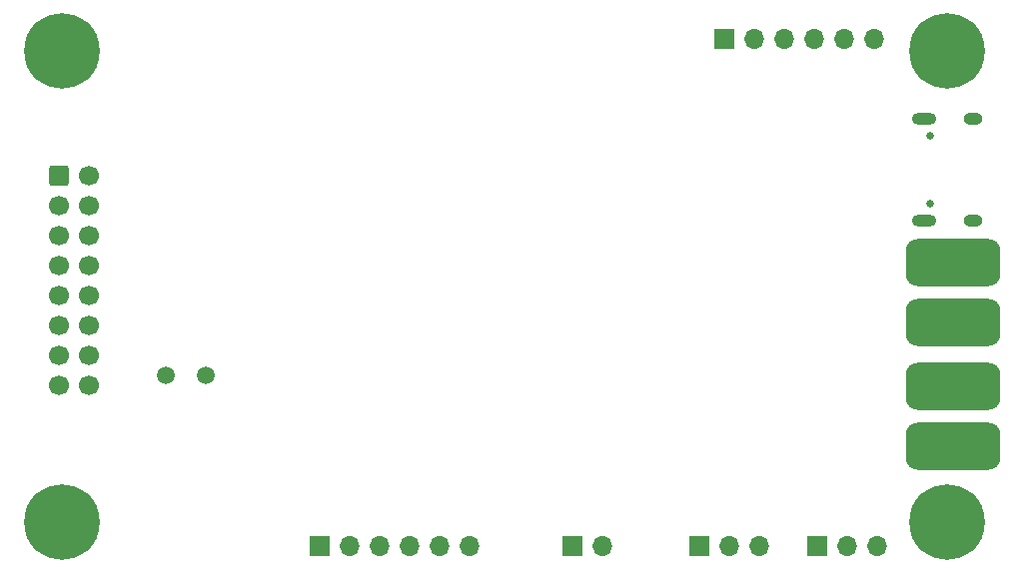
<source format=gbs>
G04 #@! TF.GenerationSoftware,KiCad,Pcbnew,6.0.9-8da3e8f707~117~ubuntu22.04.1*
G04 #@! TF.CreationDate,2022-12-19T09:45:41+00:00*
G04 #@! TF.ProjectId,esp32display,65737033-3264-4697-9370-6c61792e6b69,rev?*
G04 #@! TF.SameCoordinates,Original*
G04 #@! TF.FileFunction,Soldermask,Bot*
G04 #@! TF.FilePolarity,Negative*
%FSLAX46Y46*%
G04 Gerber Fmt 4.6, Leading zero omitted, Abs format (unit mm)*
G04 Created by KiCad (PCBNEW 6.0.9-8da3e8f707~117~ubuntu22.04.1) date 2022-12-19 09:45:41*
%MOMM*%
%LPD*%
G01*
G04 APERTURE LIST*
G04 Aperture macros list*
%AMRoundRect*
0 Rectangle with rounded corners*
0 $1 Rounding radius*
0 $2 $3 $4 $5 $6 $7 $8 $9 X,Y pos of 4 corners*
0 Add a 4 corners polygon primitive as box body*
4,1,4,$2,$3,$4,$5,$6,$7,$8,$9,$2,$3,0*
0 Add four circle primitives for the rounded corners*
1,1,$1+$1,$2,$3*
1,1,$1+$1,$4,$5*
1,1,$1+$1,$6,$7*
1,1,$1+$1,$8,$9*
0 Add four rect primitives between the rounded corners*
20,1,$1+$1,$2,$3,$4,$5,0*
20,1,$1+$1,$4,$5,$6,$7,0*
20,1,$1+$1,$6,$7,$8,$9,0*
20,1,$1+$1,$8,$9,$2,$3,0*%
G04 Aperture macros list end*
%ADD10R,1.700000X1.700000*%
%ADD11O,1.700000X1.700000*%
%ADD12C,0.650000*%
%ADD13O,2.100000X1.000000*%
%ADD14O,1.600000X1.000000*%
%ADD15RoundRect,1.000000X-3.000000X1.000000X-3.000000X-1.000000X3.000000X-1.000000X3.000000X1.000000X0*%
%ADD16C,0.800000*%
%ADD17C,6.400000*%
%ADD18RoundRect,0.250000X-0.600000X-0.600000X0.600000X-0.600000X0.600000X0.600000X-0.600000X0.600000X0*%
%ADD19C,1.700000*%
%ADD20C,1.500000*%
G04 APERTURE END LIST*
D10*
G04 #@! TO.C,J8*
X190500000Y-121000000D03*
D11*
X193040000Y-121000000D03*
X195580000Y-121000000D03*
G04 #@! TD*
D12*
G04 #@! TO.C,J3*
X200045000Y-91940000D03*
X200045000Y-86160000D03*
D13*
X199545000Y-93370000D03*
D14*
X203725000Y-84730000D03*
D13*
X199545000Y-84730000D03*
D14*
X203725000Y-93370000D03*
G04 #@! TD*
D10*
G04 #@! TO.C,J6*
X169725000Y-121000000D03*
D11*
X172265000Y-121000000D03*
G04 #@! TD*
D15*
G04 #@! TO.C,J2*
X202000000Y-107460000D03*
X202000000Y-112540000D03*
G04 #@! TD*
D10*
G04 #@! TO.C,J4*
X148340000Y-121000000D03*
D11*
X150880000Y-121000000D03*
X153420000Y-121000000D03*
X155960000Y-121000000D03*
X158500000Y-121000000D03*
X161040000Y-121000000D03*
G04 #@! TD*
D10*
G04 #@! TO.C,J9*
X182650000Y-78000000D03*
D11*
X185190000Y-78000000D03*
X187730000Y-78000000D03*
X190270000Y-78000000D03*
X192810000Y-78000000D03*
X195350000Y-78000000D03*
G04 #@! TD*
D16*
G04 #@! TO.C,REF\u002A\u002A*
X203197056Y-117302944D03*
X199802944Y-117302944D03*
X199802944Y-120697056D03*
X201500000Y-121400000D03*
X203197056Y-120697056D03*
X201500000Y-116600000D03*
X203900000Y-119000000D03*
X199100000Y-119000000D03*
D17*
X201500000Y-119000000D03*
G04 #@! TD*
D18*
G04 #@! TO.C,J5*
X126247500Y-89610000D03*
D19*
X128787500Y-89610000D03*
X126247500Y-92150000D03*
X128787500Y-92150000D03*
X126247500Y-94690000D03*
X128787500Y-94690000D03*
X126247500Y-97230000D03*
X128787500Y-97230000D03*
X126247500Y-99770000D03*
X128787500Y-99770000D03*
X126247500Y-102310000D03*
X128787500Y-102310000D03*
X126247500Y-104850000D03*
X128787500Y-104850000D03*
X126247500Y-107390000D03*
X128787500Y-107390000D03*
G04 #@! TD*
D16*
G04 #@! TO.C,REF\u002A\u002A*
X203900000Y-79000000D03*
X201500000Y-76600000D03*
X199802944Y-80697056D03*
X201500000Y-81400000D03*
X203197056Y-77302944D03*
X203197056Y-80697056D03*
D17*
X201500000Y-79000000D03*
D16*
X199100000Y-79000000D03*
X199802944Y-77302944D03*
G04 #@! TD*
D10*
G04 #@! TO.C,J7*
X180475000Y-121000000D03*
D11*
X183015000Y-121000000D03*
X185555000Y-121000000D03*
G04 #@! TD*
D15*
G04 #@! TO.C,J1*
X202000000Y-96920000D03*
X202000000Y-102000000D03*
G04 #@! TD*
D20*
G04 #@! TO.C,R4*
X135300000Y-106500000D03*
X138700000Y-106500000D03*
G04 #@! TD*
D16*
G04 #@! TO.C,REF\u002A\u002A*
X126500000Y-81400000D03*
X124802944Y-77302944D03*
X128197056Y-80697056D03*
X124100000Y-79000000D03*
D17*
X126500000Y-79000000D03*
D16*
X126500000Y-76600000D03*
X128197056Y-77302944D03*
X128900000Y-79000000D03*
X124802944Y-80697056D03*
G04 #@! TD*
G04 #@! TO.C,REF\u002A\u002A*
X128197056Y-117302944D03*
X124100000Y-119000000D03*
X126500000Y-121400000D03*
X126500000Y-116600000D03*
D17*
X126500000Y-119000000D03*
D16*
X124802944Y-120697056D03*
X128900000Y-119000000D03*
X128197056Y-120697056D03*
X124802944Y-117302944D03*
G04 #@! TD*
M02*

</source>
